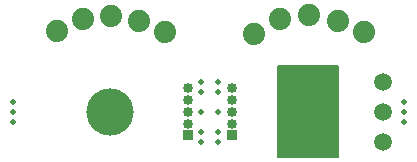
<source format=gbr>
%TF.GenerationSoftware,KiCad,Pcbnew,9.0.4*%
%TF.CreationDate,2025-12-16T21:44:14-08:00*%
%TF.ProjectId,Droplet,44726f70-6c65-4742-9e6b-696361645f70,rev?*%
%TF.SameCoordinates,Original*%
%TF.FileFunction,Soldermask,Bot*%
%TF.FilePolarity,Negative*%
%FSLAX46Y46*%
G04 Gerber Fmt 4.6, Leading zero omitted, Abs format (unit mm)*
G04 Created by KiCad (PCBNEW 9.0.4) date 2025-12-16 21:44:14*
%MOMM*%
%LPD*%
G01*
G04 APERTURE LIST*
%ADD10C,0.200000*%
%ADD11C,4.000000*%
%ADD12R,0.850000X0.850000*%
%ADD13C,0.850000*%
%ADD14C,1.879600*%
%ADD15C,0.500000*%
%ADD16C,1.500000*%
G04 APERTURE END LIST*
D10*
X115750000Y-30550000D02*
X120850000Y-30550000D01*
X120850000Y-38250000D01*
X115750000Y-38250000D01*
X115750000Y-30550000D01*
G36*
X115750000Y-30550000D02*
G01*
X120850000Y-30550000D01*
X120850000Y-38250000D01*
X115750000Y-38250000D01*
X115750000Y-30550000D01*
G37*
D11*
%TO.C,TP2*%
X118300000Y-34400000D03*
%TD*%
D12*
%TO.C,J2*%
X111832825Y-36417001D03*
D13*
X111832825Y-35417001D03*
X111832825Y-34417001D03*
X111832825Y-33417001D03*
X111832825Y-32417001D03*
%TD*%
D14*
%TO.C,J8*%
X99200000Y-26600000D03*
%TD*%
D15*
%TO.C,REF\u002A\u002A*%
X126433825Y-33567000D03*
X126433825Y-34417000D03*
X126433825Y-35267000D03*
%TD*%
D14*
%TO.C,J10*%
X104000000Y-26700000D03*
%TD*%
D15*
%TO.C,REF\u002A\u002A*%
X109193825Y-36967000D03*
X110693825Y-36967000D03*
X109193825Y-36117000D03*
X110693825Y-36117000D03*
X109193825Y-34417000D03*
X110693825Y-34417000D03*
X109193825Y-32717000D03*
X110693825Y-32717000D03*
X109193825Y-31867000D03*
X110693825Y-31867000D03*
%TD*%
D14*
%TO.C,J12*%
X97000000Y-27600000D03*
%TD*%
%TO.C,J11*%
X101600000Y-26300000D03*
%TD*%
%TO.C,J4*%
X115900000Y-26600000D03*
%TD*%
%TO.C,J5*%
X113700000Y-27800000D03*
%TD*%
%TO.C,J6*%
X120800000Y-26700000D03*
%TD*%
D15*
%TO.C,REF\u002A\u002A*%
X93290825Y-35267000D03*
X93290825Y-34417000D03*
X93290825Y-33567000D03*
%TD*%
D14*
%TO.C,J7*%
X123000000Y-27700000D03*
%TD*%
%TO.C,J9*%
X106200000Y-27700000D03*
%TD*%
%TO.C,J3*%
X118338600Y-26250000D03*
%TD*%
D12*
%TO.C,J1*%
X108077000Y-36417000D03*
D13*
X108077000Y-35417000D03*
X108077000Y-34417000D03*
X108077000Y-33417000D03*
X108077000Y-32417000D03*
%TD*%
D11*
%TO.C,TP1*%
X101549200Y-34417000D03*
%TD*%
D16*
%TO.C,TP4*%
X124612400Y-34417000D03*
%TD*%
%TO.C,TP5*%
X124612400Y-36982400D03*
%TD*%
%TO.C,TP3*%
X124663200Y-31902400D03*
%TD*%
M02*

</source>
